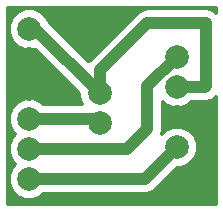
<source format=gbr>
G04 #@! TF.FileFunction,Copper,L2,Bot,Signal*
%FSLAX46Y46*%
G04 Gerber Fmt 4.6, Leading zero omitted, Abs format (unit mm)*
G04 Created by KiCad (PCBNEW 4.0.6-e0-6349~52~ubuntu17.04.1) date Sat May  6 11:04:16 2017*
%MOMM*%
%LPD*%
G01*
G04 APERTURE LIST*
%ADD10C,0.100000*%
%ADD11C,2.000000*%
%ADD12C,1.000000*%
%ADD13C,0.254000*%
G04 APERTURE END LIST*
D10*
D11*
X154000000Y-110500000D03*
X154000000Y-107960000D03*
X154000000Y-105420000D03*
X154000000Y-102880000D03*
X147500000Y-108500000D03*
X147500000Y-105960000D03*
X141500000Y-100500000D03*
X141500000Y-103040000D03*
X141500000Y-105580000D03*
X141500000Y-108120000D03*
X141500000Y-110660000D03*
X141500000Y-113200000D03*
D12*
X154000000Y-105420000D02*
X156420000Y-105420000D01*
X147500000Y-104000000D02*
X147500000Y-105960000D01*
X151500000Y-100000000D02*
X147500000Y-104000000D01*
X156500000Y-100000000D02*
X151500000Y-100000000D01*
X156500000Y-105340000D02*
X156500000Y-100000000D01*
X156420000Y-105420000D02*
X156500000Y-105340000D01*
X141500000Y-100500000D02*
X142040000Y-100500000D01*
X142040000Y-100500000D02*
X147500000Y-105960000D01*
X147500000Y-105500000D02*
X147500000Y-105960000D01*
X141500000Y-108120000D02*
X147120000Y-108120000D01*
X147120000Y-108120000D02*
X147500000Y-108500000D01*
X147120000Y-108120000D02*
X147500000Y-108500000D01*
X141500000Y-110660000D02*
X149840000Y-110660000D01*
X151500000Y-105380000D02*
X154000000Y-102880000D01*
X151500000Y-109000000D02*
X151500000Y-105380000D01*
X149840000Y-110660000D02*
X151500000Y-109000000D01*
X141500000Y-113200000D02*
X151300000Y-113200000D01*
X151300000Y-113200000D02*
X154000000Y-110500000D01*
D13*
G36*
X157373000Y-99140432D02*
X157367620Y-99132380D01*
X156969553Y-98866400D01*
X156500000Y-98773000D01*
X151500000Y-98773000D01*
X151030447Y-98866400D01*
X150632380Y-99132380D01*
X146632380Y-103132380D01*
X146542354Y-103267114D01*
X143082299Y-99807059D01*
X142964933Y-99523011D01*
X142479544Y-99036774D01*
X141845029Y-98773300D01*
X141157986Y-98772701D01*
X140523011Y-99035067D01*
X140036774Y-99520456D01*
X139773300Y-100154971D01*
X139772701Y-100842014D01*
X140035067Y-101476989D01*
X140520456Y-101963226D01*
X141154971Y-102226700D01*
X141842014Y-102227299D01*
X141976493Y-102171733D01*
X145772992Y-105968232D01*
X145772701Y-106302014D01*
X146016891Y-106893000D01*
X142715358Y-106893000D01*
X142479544Y-106656774D01*
X141845029Y-106393300D01*
X141157986Y-106392701D01*
X140523011Y-106655067D01*
X140036774Y-107140456D01*
X139773300Y-107774971D01*
X139772701Y-108462014D01*
X140035067Y-109096989D01*
X140327652Y-109390085D01*
X140036774Y-109680456D01*
X139773300Y-110314971D01*
X139772701Y-111002014D01*
X140035067Y-111636989D01*
X140327652Y-111930085D01*
X140036774Y-112220456D01*
X139773300Y-112854971D01*
X139772701Y-113542014D01*
X140035067Y-114176989D01*
X140520456Y-114663226D01*
X141154971Y-114926700D01*
X141842014Y-114927299D01*
X142476989Y-114664933D01*
X142715338Y-114427000D01*
X151300000Y-114427000D01*
X151769553Y-114333600D01*
X152167620Y-114067620D01*
X154008232Y-112227008D01*
X154342014Y-112227299D01*
X154976989Y-111964933D01*
X155463226Y-111479544D01*
X155726700Y-110845029D01*
X155727299Y-110157986D01*
X155464933Y-109523011D01*
X154979544Y-109036774D01*
X154345029Y-108773300D01*
X153657986Y-108772701D01*
X153023011Y-109035067D01*
X152644957Y-109412462D01*
X152727000Y-109000000D01*
X152727000Y-106589257D01*
X153020456Y-106883226D01*
X153654971Y-107146700D01*
X154342014Y-107147299D01*
X154976989Y-106884933D01*
X155215338Y-106647000D01*
X156420000Y-106647000D01*
X156889553Y-106553600D01*
X157287620Y-106287620D01*
X157367620Y-106207620D01*
X157373000Y-106199568D01*
X157373000Y-115373000D01*
X139627000Y-115373000D01*
X139627000Y-98627000D01*
X157373000Y-98627000D01*
X157373000Y-99140432D01*
X157373000Y-99140432D01*
G37*
X157373000Y-99140432D02*
X157367620Y-99132380D01*
X156969553Y-98866400D01*
X156500000Y-98773000D01*
X151500000Y-98773000D01*
X151030447Y-98866400D01*
X150632380Y-99132380D01*
X146632380Y-103132380D01*
X146542354Y-103267114D01*
X143082299Y-99807059D01*
X142964933Y-99523011D01*
X142479544Y-99036774D01*
X141845029Y-98773300D01*
X141157986Y-98772701D01*
X140523011Y-99035067D01*
X140036774Y-99520456D01*
X139773300Y-100154971D01*
X139772701Y-100842014D01*
X140035067Y-101476989D01*
X140520456Y-101963226D01*
X141154971Y-102226700D01*
X141842014Y-102227299D01*
X141976493Y-102171733D01*
X145772992Y-105968232D01*
X145772701Y-106302014D01*
X146016891Y-106893000D01*
X142715358Y-106893000D01*
X142479544Y-106656774D01*
X141845029Y-106393300D01*
X141157986Y-106392701D01*
X140523011Y-106655067D01*
X140036774Y-107140456D01*
X139773300Y-107774971D01*
X139772701Y-108462014D01*
X140035067Y-109096989D01*
X140327652Y-109390085D01*
X140036774Y-109680456D01*
X139773300Y-110314971D01*
X139772701Y-111002014D01*
X140035067Y-111636989D01*
X140327652Y-111930085D01*
X140036774Y-112220456D01*
X139773300Y-112854971D01*
X139772701Y-113542014D01*
X140035067Y-114176989D01*
X140520456Y-114663226D01*
X141154971Y-114926700D01*
X141842014Y-114927299D01*
X142476989Y-114664933D01*
X142715338Y-114427000D01*
X151300000Y-114427000D01*
X151769553Y-114333600D01*
X152167620Y-114067620D01*
X154008232Y-112227008D01*
X154342014Y-112227299D01*
X154976989Y-111964933D01*
X155463226Y-111479544D01*
X155726700Y-110845029D01*
X155727299Y-110157986D01*
X155464933Y-109523011D01*
X154979544Y-109036774D01*
X154345029Y-108773300D01*
X153657986Y-108772701D01*
X153023011Y-109035067D01*
X152644957Y-109412462D01*
X152727000Y-109000000D01*
X152727000Y-106589257D01*
X153020456Y-106883226D01*
X153654971Y-107146700D01*
X154342014Y-107147299D01*
X154976989Y-106884933D01*
X155215338Y-106647000D01*
X156420000Y-106647000D01*
X156889553Y-106553600D01*
X157287620Y-106287620D01*
X157367620Y-106207620D01*
X157373000Y-106199568D01*
X157373000Y-115373000D01*
X139627000Y-115373000D01*
X139627000Y-98627000D01*
X157373000Y-98627000D01*
X157373000Y-99140432D01*
M02*

</source>
